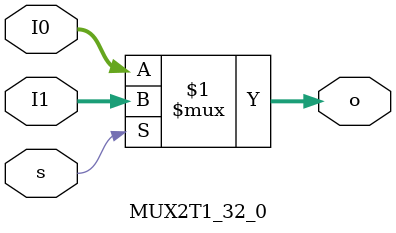
<source format=v>
`timescale 1ns / 1ps


module MUX2T1_32_0(
    input [31: 0] I0,
    input [31: 0] I1,
    input s,
    output [31: 0] o
    );

    assign o = s ? I1 : I0;

endmodule


</source>
